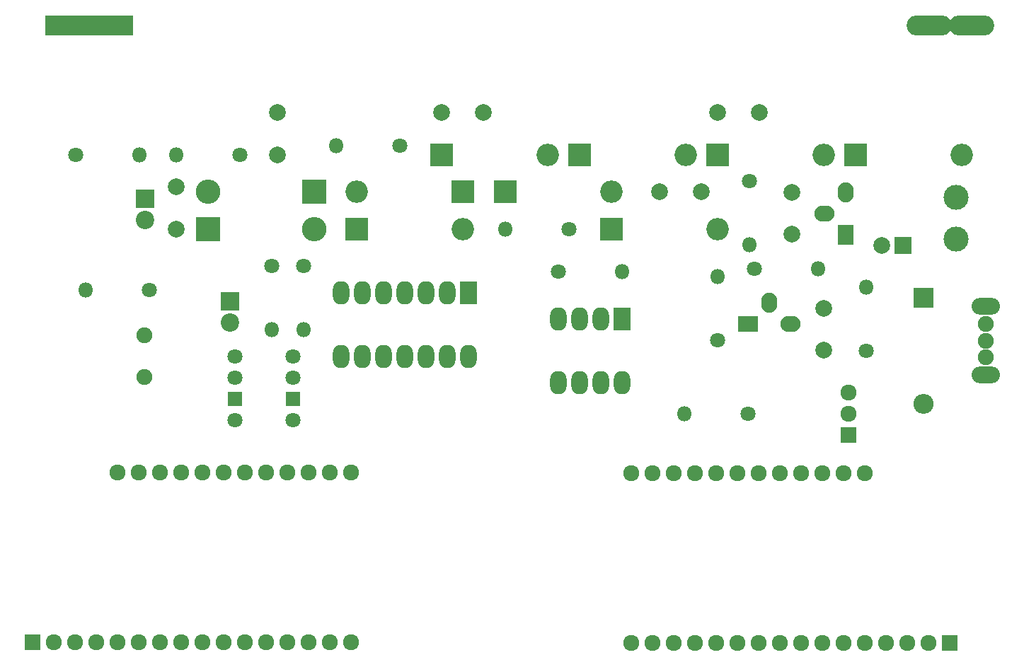
<source format=gbr>
G04 #@! TF.FileFunction,Soldermask,Top*
%FSLAX46Y46*%
G04 Gerber Fmt 4.6, Leading zero omitted, Abs format (unit mm)*
G04 Created by KiCad (PCBNEW 4.0.7) date 09/18/24 00:27:48*
%MOMM*%
%LPD*%
G01*
G04 APERTURE LIST*
%ADD10C,0.100000*%
%ADD11R,2.686000X2.686000*%
%ADD12O,2.686000X2.686000*%
%ADD13R,2.940000X2.940000*%
%ADD14O,2.940000X2.940000*%
%ADD15C,2.000000*%
%ADD16C,2.200000*%
%ADD17R,2.200000X2.200000*%
%ADD18C,3.000000*%
%ADD19C,1.800000*%
%ADD20O,1.800000X1.800000*%
%ADD21R,2.000000X2.800000*%
%ADD22O,2.000000X2.800000*%
%ADD23R,1.800000X1.800000*%
%ADD24R,5.400000X2.400000*%
%ADD25O,5.400000X2.400000*%
%ADD26O,1.900000X2.400000*%
%ADD27R,2.400000X1.900000*%
%ADD28O,2.400000X1.900000*%
%ADD29R,1.900000X2.400000*%
%ADD30R,2.400000X2.400000*%
%ADD31O,2.400000X2.400000*%
%ADD32C,1.900000*%
%ADD33R,2.000000X2.000000*%
%ADD34O,3.400000X2.000000*%
%ADD35C,1.920000*%
%ADD36R,1.920000X1.920000*%
%ADD37R,1.924000X1.924000*%
%ADD38C,1.924000*%
G04 APERTURE END LIST*
D10*
D11*
X170620000Y-80075000D03*
D12*
X183320000Y-80075000D03*
D11*
X157920000Y-75630000D03*
D12*
X170620000Y-75630000D03*
D11*
X152840000Y-75630000D03*
D12*
X140140000Y-75630000D03*
D11*
X140140000Y-80075000D03*
D12*
X152840000Y-80075000D03*
D13*
X122360000Y-80075000D03*
D14*
X135060000Y-80075000D03*
D13*
X135060000Y-75630000D03*
D14*
X122360000Y-75630000D03*
D11*
X150300000Y-71185000D03*
D12*
X163000000Y-71185000D03*
D11*
X166810000Y-71185000D03*
D12*
X179510000Y-71185000D03*
D11*
X199830000Y-71185000D03*
D12*
X212530000Y-71185000D03*
D11*
X183320000Y-71185000D03*
D12*
X196020000Y-71185000D03*
D15*
X196020000Y-89600000D03*
X196020000Y-94600000D03*
X150300000Y-66105000D03*
X155300000Y-66105000D03*
X192210000Y-80710000D03*
X192210000Y-75710000D03*
X130615000Y-71185000D03*
X130615000Y-66185000D03*
X176335000Y-75630000D03*
X181335000Y-75630000D03*
X183320000Y-66105000D03*
X188320000Y-66105000D03*
D16*
X114850000Y-79020000D03*
D17*
X114850000Y-76480000D03*
D18*
X211836000Y-81280000D03*
X211836000Y-76280000D03*
D19*
X165540000Y-80075000D03*
D20*
X157920000Y-80075000D03*
D19*
X164270000Y-85155000D03*
D20*
X171890000Y-85155000D03*
D19*
X129980000Y-84520000D03*
D20*
X129980000Y-92140000D03*
D19*
X133790000Y-84520000D03*
D20*
X133790000Y-92140000D03*
D19*
X201100000Y-94680000D03*
D20*
X201100000Y-87060000D03*
D19*
X126170000Y-71185000D03*
D20*
X118550000Y-71185000D03*
D19*
X183320000Y-93410000D03*
D20*
X183320000Y-85790000D03*
D19*
X106485000Y-71185000D03*
D20*
X114105000Y-71185000D03*
D19*
X187130000Y-74360000D03*
D20*
X187130000Y-81980000D03*
D21*
X171890000Y-90870000D03*
D22*
X164270000Y-98490000D03*
X169350000Y-90870000D03*
X166810000Y-98490000D03*
X166810000Y-90870000D03*
X169350000Y-98490000D03*
X164270000Y-90870000D03*
X171890000Y-98490000D03*
D19*
X125535000Y-97855000D03*
X125535000Y-95315000D03*
D23*
X125535000Y-100395000D03*
D19*
X125535000Y-102935000D03*
X132520000Y-97855000D03*
X132520000Y-95315000D03*
D23*
X132520000Y-100395000D03*
D19*
X132520000Y-102935000D03*
D24*
X105570000Y-55750000D03*
X110650000Y-55750000D03*
D25*
X208600000Y-55750000D03*
X213680000Y-55750000D03*
D26*
X189484000Y-88900000D03*
D27*
X186944000Y-91440000D03*
D28*
X192024000Y-91440000D03*
X196088000Y-78232000D03*
D29*
X198628000Y-80772000D03*
D26*
X198628000Y-75692000D03*
D21*
X153475000Y-87695000D03*
D22*
X138235000Y-95315000D03*
X150935000Y-87695000D03*
X140775000Y-95315000D03*
X148395000Y-87695000D03*
X143315000Y-95315000D03*
X145855000Y-87695000D03*
X145855000Y-95315000D03*
X143315000Y-87695000D03*
X148395000Y-95315000D03*
X140775000Y-87695000D03*
X150935000Y-95315000D03*
X138235000Y-87695000D03*
X153475000Y-95315000D03*
D30*
X207958000Y-88330000D03*
D31*
X207958000Y-101030000D03*
D32*
X114740000Y-97815000D03*
X114740000Y-92815000D03*
D17*
X125000000Y-88750000D03*
D16*
X125000000Y-91290000D03*
D19*
X115316000Y-87376000D03*
D20*
X107696000Y-87376000D03*
D33*
X205486000Y-82042000D03*
D15*
X202986000Y-82042000D03*
D32*
X215392000Y-95472000D03*
X215392000Y-93472000D03*
X215392000Y-91472000D03*
D34*
X215392000Y-97572000D03*
X215392000Y-89372000D03*
D19*
X187000000Y-102250000D03*
D20*
X179380000Y-102250000D03*
D35*
X199000000Y-102210000D03*
X199000000Y-99670000D03*
D36*
X199000000Y-104750000D03*
D15*
X118550000Y-80075000D03*
X118550000Y-75075000D03*
D19*
X145288000Y-70104000D03*
D20*
X137668000Y-70104000D03*
D19*
X187706000Y-84836000D03*
D20*
X195326000Y-84836000D03*
D37*
X101346000Y-129540000D03*
D38*
X103886000Y-129540000D03*
X106426000Y-129540000D03*
X108966000Y-129540000D03*
X111506000Y-129540000D03*
X114046000Y-129540000D03*
X116586000Y-129540000D03*
X119126000Y-129540000D03*
X121666000Y-129540000D03*
X124206000Y-129540000D03*
X126746000Y-129540000D03*
X129286000Y-129540000D03*
X131826000Y-129540000D03*
X134366000Y-129540000D03*
X136906000Y-129540000D03*
X139446000Y-129540000D03*
X139446000Y-109220000D03*
X136906000Y-109220000D03*
X134366000Y-109220000D03*
X131826000Y-109220000D03*
X129286000Y-109220000D03*
X126746000Y-109220000D03*
X124206000Y-109220000D03*
X121666000Y-109220000D03*
X119126000Y-109220000D03*
X116586000Y-109220000D03*
X114046000Y-109220000D03*
X111506000Y-109220000D03*
D37*
X211050000Y-129660000D03*
D38*
X208510000Y-129660000D03*
X205970000Y-129660000D03*
X203430000Y-129660000D03*
X200890000Y-129660000D03*
X198350000Y-129660000D03*
X195810000Y-129660000D03*
X193270000Y-129660000D03*
X190730000Y-129660000D03*
X188190000Y-129660000D03*
X185650000Y-129660000D03*
X183110000Y-129660000D03*
X180570000Y-129660000D03*
X178030000Y-129660000D03*
X175490000Y-129660000D03*
X172950000Y-129660000D03*
X172950000Y-109340000D03*
X175490000Y-109340000D03*
X178030000Y-109340000D03*
X180570000Y-109340000D03*
X183110000Y-109340000D03*
X185650000Y-109340000D03*
X188190000Y-109340000D03*
X190730000Y-109340000D03*
X193270000Y-109340000D03*
X195810000Y-109340000D03*
X198350000Y-109340000D03*
X200890000Y-109340000D03*
M02*

</source>
